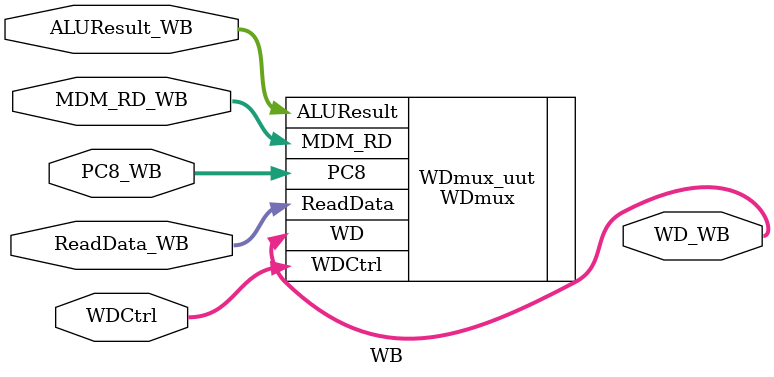
<source format=v>
`timescale 1ns / 1ps
module WB(
	 input [31:0] MDM_RD_WB,
    input [31:0] ReadData_WB,
    input [31:0] ALUResult_WB,
    input [1:0] WDCtrl,
    output [31:0] WD_WB,
    input [31:0] PC8_WB
    );
    WDmux WDmux_uut(
        .WDCtrl(WDCtrl),
        .ALUResult(ALUResult_WB),
        .ReadData(ReadData_WB),
		  .MDM_RD(MDM_RD_WB),
        .PC8(PC8_WB),
        .WD(WD_WB)
    );
endmodule
</source>
